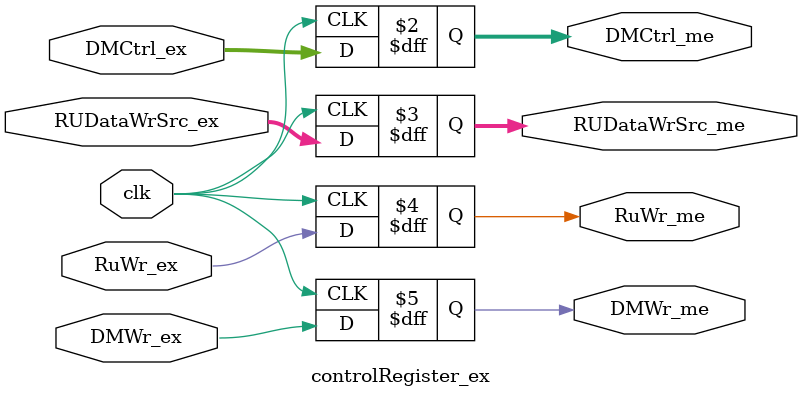
<source format=sv>
module controlRegister_ex(
    input logic clk,
	input logic [2:0] DMCtrl_ex,
	input logic [1:0] RUDataWrSrc_ex,
	input logic RuWr_ex,
	input logic DMWr_ex,
	output logic [2:0] DMCtrl_me,
	output logic [1:0] RUDataWrSrc_me,
	output logic RuWr_me,
	output logic DMWr_me
);

    always_ff @(posedge clk) begin
          
        DMCtrl_me <= DMCtrl_ex;
        RUDataWrSrc_me <= RUDataWrSrc_ex;
        RuWr_me <= RuWr_ex;
        DMWr_me <= DMWr_ex;

    end
endmodule
</source>
